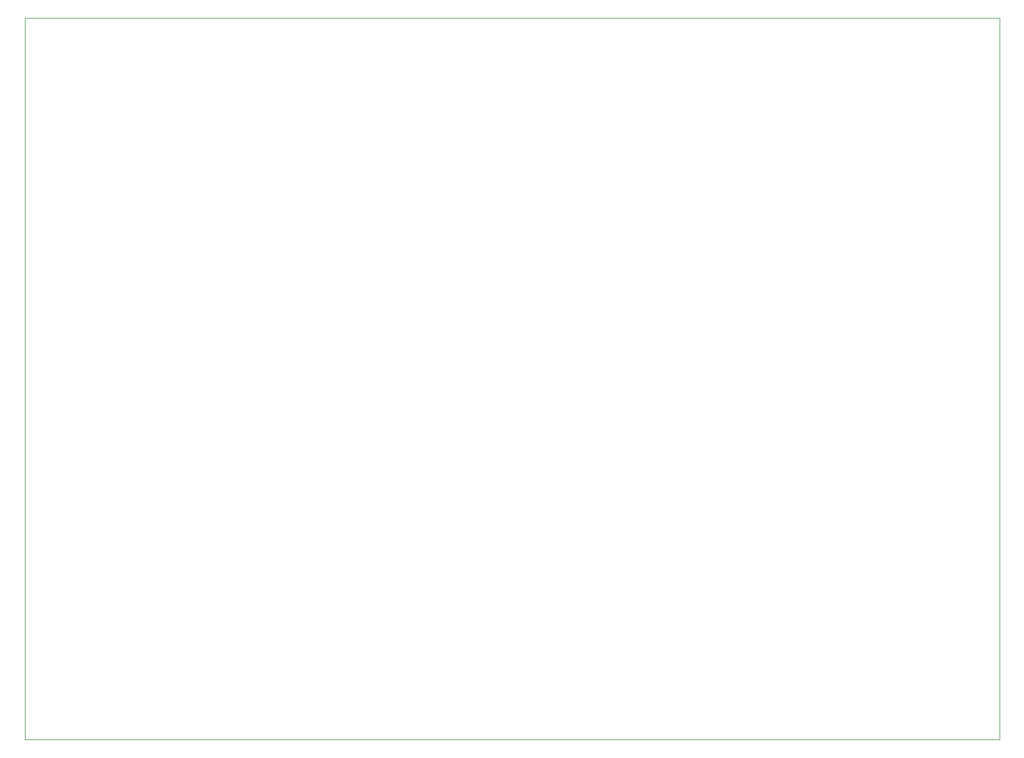
<source format=gbr>
%TF.GenerationSoftware,KiCad,Pcbnew,8.0.5*%
%TF.CreationDate,2024-11-19T21:38:40-03:00*%
%TF.ProjectId,Seminario 1 con Moludos,53656d69-6e61-4726-996f-203120636f6e,1*%
%TF.SameCoordinates,Original*%
%TF.FileFunction,Profile,NP*%
%FSLAX46Y46*%
G04 Gerber Fmt 4.6, Leading zero omitted, Abs format (unit mm)*
G04 Created by KiCad (PCBNEW 8.0.5) date 2024-11-19 21:38:40*
%MOMM*%
%LPD*%
G01*
G04 APERTURE LIST*
%TA.AperFunction,Profile*%
%ADD10C,0.100000*%
%TD*%
G04 APERTURE END LIST*
D10*
X85734000Y-36336000D02*
X227894000Y-36336000D01*
X227894000Y-141576000D01*
X85734000Y-141576000D01*
X85734000Y-36336000D01*
M02*

</source>
